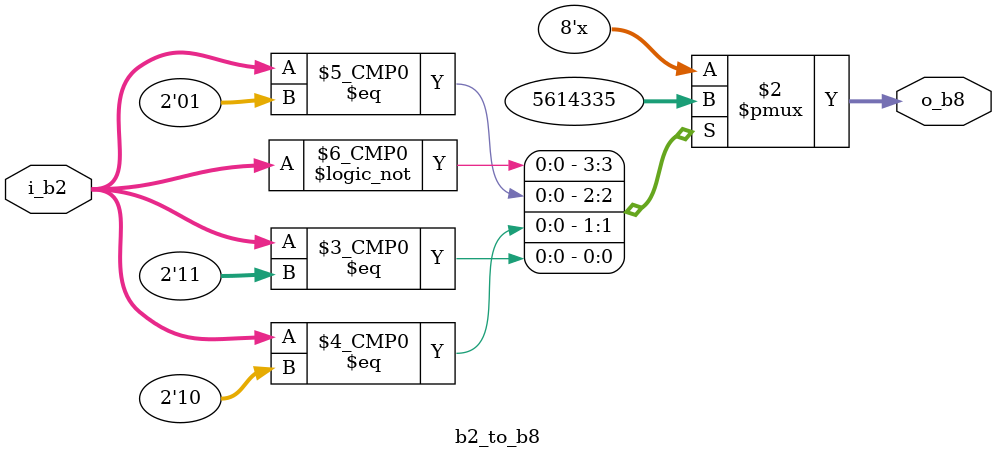
<source format=v>
module rgb8_to_rgb24(
    input wire[7:0] i_rgb8Pixel, //RGB332
    output wire[23:0] o_rgb24Pixel //RGB888
);
    b3_to_b8 redConverter(
        .i_b3(i_rgb8Pixel[7:5]),
        .o_b8(o_rgb24Pixel[23:16])
    );

    b3_to_b8 greenConverter(
        .i_b3(i_rgb8Pixel[4:2]),
        .o_b8(o_rgb24Pixel[15:8])
    );

    b2_to_b8 blueConverter(
        .i_b2(i_rgb8Pixel[1:0]),
        .o_b8(o_rgb24Pixel[7:0])
    );

endmodule

module rgb6_to_rgb24(
    input wire[5:0] i_rgb6Pixel, //RGB222
    output wire[23:0] o_rgb24Pixel //RGB24
);

    b2_to_b8 redConverter(
        .i_b2(i_rgb6Pixel[5:4]),
        .o_b8(o_rgb24Pixel[23:16])
    );

    b2_to_b8 greenConverter(
        .i_b2(i_rgb6Pixel[3:2]),
        .o_b8(o_rgb24Pixel[15:8])
    );
    
    b2_to_b8 blueConverter(
        .i_b2(i_rgb6Pixel[1:0]),
        .o_b8(o_rgb24Pixel[7:0])
    );
endmodule

module b3_to_b8(
    input wire[2:0] i_b3,
    output reg[7:0] o_b8
);
    always@(*) begin
        case (i_b3)
            3'b000: o_b8 = 8'd0;
            3'b001: o_b8 = 8'd36;
            3'b010: o_b8 = 8'd73;
            3'b011: o_b8 = 8'd109;
            3'b100: o_b8 = 8'd146;
            3'b101: o_b8 = 8'd182;
            3'b110: o_b8 = 8'd219;
            3'b111: o_b8 = 8'd255;    
        endcase
    end
endmodule

module b2_to_b8(
    input wire[1:0] i_b2,
    output reg[7:0] o_b8
);
    always@(*) begin
        case(i_b2) 
            2'b00: o_b8 = 8'd0;
            2'b01: o_b8 = 8'd85;
            2'b10: o_b8 = 8'd170;
            2'b11: o_b8 = 8'd255;
        endcase
    end
endmodule

</source>
